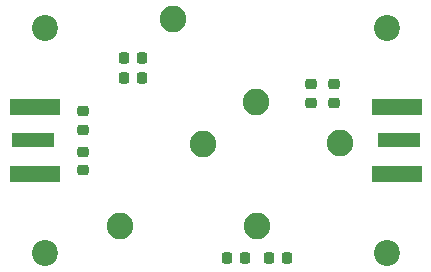
<source format=gbr>
%TF.GenerationSoftware,KiCad,Pcbnew,(6.0.1)*%
%TF.CreationDate,2022-02-12T12:27:59+00:00*%
%TF.ProjectId,LowPass_10mm,4c6f7750-6173-4735-9f31-306d6d2e6b69,rev?*%
%TF.SameCoordinates,Original*%
%TF.FileFunction,Soldermask,Top*%
%TF.FilePolarity,Negative*%
%FSLAX46Y46*%
G04 Gerber Fmt 4.6, Leading zero omitted, Abs format (unit mm)*
G04 Created by KiCad (PCBNEW (6.0.1)) date 2022-02-12 12:27:59*
%MOMM*%
%LPD*%
G01*
G04 APERTURE LIST*
G04 Aperture macros list*
%AMRoundRect*
0 Rectangle with rounded corners*
0 $1 Rounding radius*
0 $2 $3 $4 $5 $6 $7 $8 $9 X,Y pos of 4 corners*
0 Add a 4 corners polygon primitive as box body*
4,1,4,$2,$3,$4,$5,$6,$7,$8,$9,$2,$3,0*
0 Add four circle primitives for the rounded corners*
1,1,$1+$1,$2,$3*
1,1,$1+$1,$4,$5*
1,1,$1+$1,$6,$7*
1,1,$1+$1,$8,$9*
0 Add four rect primitives between the rounded corners*
20,1,$1+$1,$2,$3,$4,$5,0*
20,1,$1+$1,$4,$5,$6,$7,0*
20,1,$1+$1,$6,$7,$8,$9,0*
20,1,$1+$1,$8,$9,$2,$3,0*%
G04 Aperture macros list end*
%ADD10C,2.250000*%
%ADD11RoundRect,0.225000X0.225000X0.250000X-0.225000X0.250000X-0.225000X-0.250000X0.225000X-0.250000X0*%
%ADD12C,2.200000*%
%ADD13RoundRect,0.225000X0.250000X-0.225000X0.250000X0.225000X-0.250000X0.225000X-0.250000X-0.225000X0*%
%ADD14RoundRect,0.225000X-0.250000X0.225000X-0.250000X-0.225000X0.250000X-0.225000X0.250000X0.225000X0*%
%ADD15RoundRect,0.225000X-0.225000X-0.250000X0.225000X-0.250000X0.225000X0.250000X-0.225000X0.250000X0*%
%ADD16R,3.600000X1.270000*%
%ADD17R,4.200000X1.350000*%
G04 APERTURE END LIST*
D10*
%TO.C,L3*%
X121010800Y-119755800D03*
X128010800Y-112755800D03*
%TD*%
%TO.C,L2*%
X113898800Y-102240200D03*
X120898800Y-109240200D03*
%TD*%
%TO.C,L1*%
X116377600Y-112781200D03*
X109377600Y-119781200D03*
%TD*%
D11*
%TO.C,C4*%
X111265000Y-107213400D03*
X109715000Y-107213400D03*
%TD*%
D12*
%TO.C,H3*%
X103000000Y-122000000D03*
%TD*%
%TO.C,H4*%
X132000000Y-122000000D03*
%TD*%
D13*
%TO.C,C1*%
X106248200Y-111595200D03*
X106248200Y-110045200D03*
%TD*%
%TO.C,C8*%
X125526800Y-109307000D03*
X125526800Y-107757000D03*
%TD*%
D14*
%TO.C,C2*%
X106222800Y-113448800D03*
X106222800Y-114998800D03*
%TD*%
D15*
%TO.C,C6*%
X121983200Y-122504200D03*
X123533200Y-122504200D03*
%TD*%
D11*
%TO.C,C5*%
X120002600Y-122453400D03*
X118452600Y-122453400D03*
%TD*%
D12*
%TO.C,H2*%
X132000000Y-103000000D03*
%TD*%
D16*
%TO.C,J2*%
X133000000Y-112500000D03*
D17*
X132800000Y-109675000D03*
X132800000Y-115325000D03*
%TD*%
D16*
%TO.C,J1*%
X102000000Y-112500000D03*
D17*
X102200000Y-109675000D03*
X102200000Y-115325000D03*
%TD*%
D13*
%TO.C,C7*%
X127508000Y-109309200D03*
X127508000Y-107759200D03*
%TD*%
D11*
%TO.C,C3*%
X111265000Y-105511600D03*
X109715000Y-105511600D03*
%TD*%
D12*
%TO.C,H1*%
X103000000Y-103000000D03*
%TD*%
M02*

</source>
